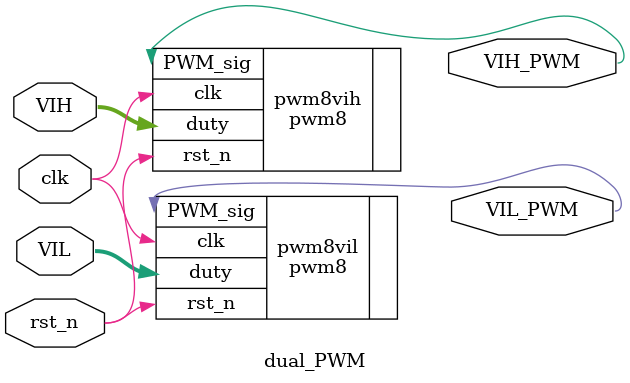
<source format=sv>
module dual_PWM(clk, rst_n, VIL, VIH, VIL_PWM, VIH_PWM);
  input clk, rst_n;
  input [7:0] VIL, VIH;
  output VIL_PWM, VIH_PWM;
  
  pwm8 pwm8vil(.clk(clk), .rst_n(rst_n), .duty(VIL), .PWM_sig(VIL_PWM));
  pwm8 pwm8vih(.clk(clk), .rst_n(rst_n), .duty(VIH), .PWM_sig(VIH_PWM));

endmodule

</source>
